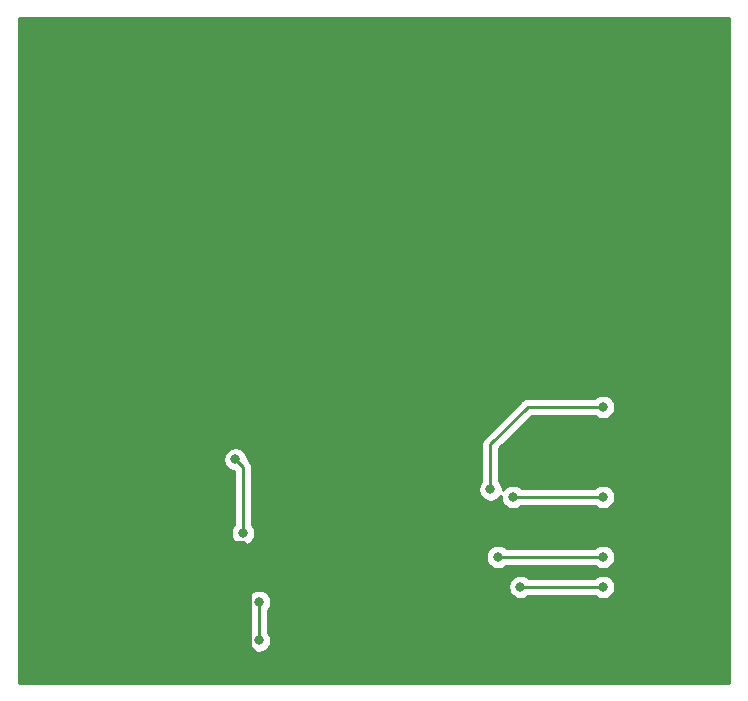
<source format=gbr>
%TF.GenerationSoftware,KiCad,Pcbnew,(5.1.9)-1*%
%TF.CreationDate,2021-01-13T23:08:58-08:00*%
%TF.ProjectId,lab-1,6c61622d-312e-46b6-9963-61645f706362,rev?*%
%TF.SameCoordinates,Original*%
%TF.FileFunction,Copper,L2,Bot*%
%TF.FilePolarity,Positive*%
%FSLAX46Y46*%
G04 Gerber Fmt 4.6, Leading zero omitted, Abs format (unit mm)*
G04 Created by KiCad (PCBNEW (5.1.9)-1) date 2021-01-13 23:08:58*
%MOMM*%
%LPD*%
G01*
G04 APERTURE LIST*
%TA.AperFunction,ViaPad*%
%ADD10C,0.800000*%
%TD*%
%TA.AperFunction,Conductor*%
%ADD11C,0.250000*%
%TD*%
%TA.AperFunction,Conductor*%
%ADD12C,0.254000*%
%TD*%
%TA.AperFunction,Conductor*%
%ADD13C,0.100000*%
%TD*%
G04 APERTURE END LIST*
D10*
%TO.N,GND*%
X104140000Y-91440000D03*
%TO.N,Net-(J1-Pad33)*%
X116205000Y-115570000D03*
X125730000Y-108585000D03*
%TO.N,Net-(J1-Pad35)*%
X118110000Y-116205000D03*
X118110000Y-116205000D03*
X125730000Y-116205000D03*
%TO.N,Net-(J1-Pad37)*%
X116840000Y-121285000D03*
X125730000Y-121285000D03*
%TO.N,Net-(J1-Pad39)*%
X118745000Y-123825000D03*
X118745000Y-123825000D03*
X125730000Y-123825000D03*
%TO.N,Net-(R14-Pad1)*%
X96610000Y-125095000D03*
X96610000Y-128360000D03*
%TO.N,Net-(R15-Pad1)*%
X95250000Y-119290000D03*
X94615000Y-113030000D03*
%TD*%
D11*
%TO.N,GND*%
X104140000Y-91440000D02*
X104140000Y-76835000D01*
X104140000Y-76835000D02*
X104775000Y-76200000D01*
X104775000Y-76200000D02*
X121920000Y-76200000D01*
X121920000Y-76200000D02*
X122555000Y-76835000D01*
X122555000Y-76835000D02*
X122555000Y-78740000D01*
X83820000Y-119380000D02*
X83820000Y-115570000D01*
X95885000Y-120650000D02*
X95250000Y-120015000D01*
X95250000Y-120015000D02*
X84455000Y-120015000D01*
X95885000Y-128905000D02*
X95885000Y-120650000D01*
X99695000Y-130175000D02*
X97155000Y-130175000D01*
X102235000Y-127635000D02*
X99695000Y-130175000D01*
X97155000Y-130175000D02*
X95885000Y-128905000D01*
X106700000Y-114300000D02*
X102235000Y-114300000D01*
X84455000Y-120015000D02*
X83820000Y-119380000D01*
X102235000Y-114300000D02*
X102235000Y-127635000D01*
X83820000Y-115570000D02*
X88820000Y-115570000D01*
X78820000Y-115570000D02*
X83820000Y-115570000D01*
%TO.N,Net-(J1-Pad33)*%
X116205000Y-115570000D02*
X116205000Y-111760000D01*
X116205000Y-111760000D02*
X119380000Y-108585000D01*
X119380000Y-108585000D02*
X125730000Y-108585000D01*
%TO.N,Net-(J1-Pad35)*%
X118110000Y-116205000D02*
X125730000Y-116205000D01*
%TO.N,Net-(J1-Pad37)*%
X116840000Y-121285000D02*
X125730000Y-121285000D01*
%TO.N,Net-(J1-Pad39)*%
X118745000Y-123825000D02*
X125730000Y-123825000D01*
%TO.N,Net-(R14-Pad1)*%
X96610000Y-125095000D02*
X96610000Y-128180000D01*
X96610000Y-128180000D02*
X96520000Y-128270000D01*
X96520000Y-128270000D02*
X96610000Y-128360000D01*
%TO.N,Net-(R15-Pad1)*%
X95250000Y-119290000D02*
X95250000Y-113665000D01*
X95250000Y-113665000D02*
X94615000Y-113030000D01*
%TD*%
D12*
%TO.N,GND*%
X136398000Y-131953000D02*
X76327000Y-131953000D01*
X76327000Y-124993061D01*
X95575000Y-124993061D01*
X95575000Y-125196939D01*
X95614774Y-125396898D01*
X95692795Y-125585256D01*
X95806063Y-125754774D01*
X95850000Y-125798711D01*
X95850001Y-127656288D01*
X95806063Y-127700226D01*
X95692795Y-127869744D01*
X95614774Y-128058102D01*
X95575000Y-128258061D01*
X95575000Y-128461939D01*
X95614774Y-128661898D01*
X95692795Y-128850256D01*
X95806063Y-129019774D01*
X95950226Y-129163937D01*
X96119744Y-129277205D01*
X96308102Y-129355226D01*
X96508061Y-129395000D01*
X96711939Y-129395000D01*
X96911898Y-129355226D01*
X97100256Y-129277205D01*
X97269774Y-129163937D01*
X97413937Y-129019774D01*
X97527205Y-128850256D01*
X97605226Y-128661898D01*
X97645000Y-128461939D01*
X97645000Y-128258061D01*
X97605226Y-128058102D01*
X97527205Y-127869744D01*
X97413937Y-127700226D01*
X97370000Y-127656289D01*
X97370000Y-125798711D01*
X97413937Y-125754774D01*
X97527205Y-125585256D01*
X97605226Y-125396898D01*
X97645000Y-125196939D01*
X97645000Y-124993061D01*
X97605226Y-124793102D01*
X97527205Y-124604744D01*
X97413937Y-124435226D01*
X97269774Y-124291063D01*
X97100256Y-124177795D01*
X96911898Y-124099774D01*
X96711939Y-124060000D01*
X96508061Y-124060000D01*
X96308102Y-124099774D01*
X96119744Y-124177795D01*
X95950226Y-124291063D01*
X95806063Y-124435226D01*
X95692795Y-124604744D01*
X95614774Y-124793102D01*
X95575000Y-124993061D01*
X76327000Y-124993061D01*
X76327000Y-123723061D01*
X117710000Y-123723061D01*
X117710000Y-123926939D01*
X117749774Y-124126898D01*
X117827795Y-124315256D01*
X117941063Y-124484774D01*
X118085226Y-124628937D01*
X118254744Y-124742205D01*
X118443102Y-124820226D01*
X118643061Y-124860000D01*
X118846939Y-124860000D01*
X119046898Y-124820226D01*
X119235256Y-124742205D01*
X119404774Y-124628937D01*
X119448711Y-124585000D01*
X125026289Y-124585000D01*
X125070226Y-124628937D01*
X125239744Y-124742205D01*
X125428102Y-124820226D01*
X125628061Y-124860000D01*
X125831939Y-124860000D01*
X126031898Y-124820226D01*
X126220256Y-124742205D01*
X126389774Y-124628937D01*
X126533937Y-124484774D01*
X126647205Y-124315256D01*
X126725226Y-124126898D01*
X126765000Y-123926939D01*
X126765000Y-123723061D01*
X126725226Y-123523102D01*
X126647205Y-123334744D01*
X126533937Y-123165226D01*
X126389774Y-123021063D01*
X126220256Y-122907795D01*
X126031898Y-122829774D01*
X125831939Y-122790000D01*
X125628061Y-122790000D01*
X125428102Y-122829774D01*
X125239744Y-122907795D01*
X125070226Y-123021063D01*
X125026289Y-123065000D01*
X119448711Y-123065000D01*
X119404774Y-123021063D01*
X119235256Y-122907795D01*
X119046898Y-122829774D01*
X118846939Y-122790000D01*
X118643061Y-122790000D01*
X118443102Y-122829774D01*
X118254744Y-122907795D01*
X118085226Y-123021063D01*
X117941063Y-123165226D01*
X117827795Y-123334744D01*
X117749774Y-123523102D01*
X117710000Y-123723061D01*
X76327000Y-123723061D01*
X76327000Y-121183061D01*
X115805000Y-121183061D01*
X115805000Y-121386939D01*
X115844774Y-121586898D01*
X115922795Y-121775256D01*
X116036063Y-121944774D01*
X116180226Y-122088937D01*
X116349744Y-122202205D01*
X116538102Y-122280226D01*
X116738061Y-122320000D01*
X116941939Y-122320000D01*
X117141898Y-122280226D01*
X117330256Y-122202205D01*
X117499774Y-122088937D01*
X117543711Y-122045000D01*
X125026289Y-122045000D01*
X125070226Y-122088937D01*
X125239744Y-122202205D01*
X125428102Y-122280226D01*
X125628061Y-122320000D01*
X125831939Y-122320000D01*
X126031898Y-122280226D01*
X126220256Y-122202205D01*
X126389774Y-122088937D01*
X126533937Y-121944774D01*
X126647205Y-121775256D01*
X126725226Y-121586898D01*
X126765000Y-121386939D01*
X126765000Y-121183061D01*
X126725226Y-120983102D01*
X126647205Y-120794744D01*
X126533937Y-120625226D01*
X126389774Y-120481063D01*
X126220256Y-120367795D01*
X126031898Y-120289774D01*
X125831939Y-120250000D01*
X125628061Y-120250000D01*
X125428102Y-120289774D01*
X125239744Y-120367795D01*
X125070226Y-120481063D01*
X125026289Y-120525000D01*
X117543711Y-120525000D01*
X117499774Y-120481063D01*
X117330256Y-120367795D01*
X117141898Y-120289774D01*
X116941939Y-120250000D01*
X116738061Y-120250000D01*
X116538102Y-120289774D01*
X116349744Y-120367795D01*
X116180226Y-120481063D01*
X116036063Y-120625226D01*
X115922795Y-120794744D01*
X115844774Y-120983102D01*
X115805000Y-121183061D01*
X76327000Y-121183061D01*
X76327000Y-112928061D01*
X93580000Y-112928061D01*
X93580000Y-113131939D01*
X93619774Y-113331898D01*
X93697795Y-113520256D01*
X93811063Y-113689774D01*
X93955226Y-113833937D01*
X94124744Y-113947205D01*
X94313102Y-114025226D01*
X94490001Y-114060413D01*
X94490000Y-118586289D01*
X94446063Y-118630226D01*
X94332795Y-118799744D01*
X94254774Y-118988102D01*
X94215000Y-119188061D01*
X94215000Y-119391939D01*
X94254774Y-119591898D01*
X94332795Y-119780256D01*
X94446063Y-119949774D01*
X94590226Y-120093937D01*
X94759744Y-120207205D01*
X94948102Y-120285226D01*
X95148061Y-120325000D01*
X95351939Y-120325000D01*
X95551898Y-120285226D01*
X95740256Y-120207205D01*
X95909774Y-120093937D01*
X96053937Y-119949774D01*
X96167205Y-119780256D01*
X96245226Y-119591898D01*
X96285000Y-119391939D01*
X96285000Y-119188061D01*
X96245226Y-118988102D01*
X96167205Y-118799744D01*
X96053937Y-118630226D01*
X96010000Y-118586289D01*
X96010000Y-115468061D01*
X115170000Y-115468061D01*
X115170000Y-115671939D01*
X115209774Y-115871898D01*
X115287795Y-116060256D01*
X115401063Y-116229774D01*
X115545226Y-116373937D01*
X115714744Y-116487205D01*
X115903102Y-116565226D01*
X116103061Y-116605000D01*
X116306939Y-116605000D01*
X116506898Y-116565226D01*
X116695256Y-116487205D01*
X116864774Y-116373937D01*
X117008937Y-116229774D01*
X117075000Y-116130903D01*
X117075000Y-116306939D01*
X117114774Y-116506898D01*
X117192795Y-116695256D01*
X117306063Y-116864774D01*
X117450226Y-117008937D01*
X117619744Y-117122205D01*
X117808102Y-117200226D01*
X118008061Y-117240000D01*
X118211939Y-117240000D01*
X118411898Y-117200226D01*
X118600256Y-117122205D01*
X118769774Y-117008937D01*
X118813711Y-116965000D01*
X125026289Y-116965000D01*
X125070226Y-117008937D01*
X125239744Y-117122205D01*
X125428102Y-117200226D01*
X125628061Y-117240000D01*
X125831939Y-117240000D01*
X126031898Y-117200226D01*
X126220256Y-117122205D01*
X126389774Y-117008937D01*
X126533937Y-116864774D01*
X126647205Y-116695256D01*
X126725226Y-116506898D01*
X126765000Y-116306939D01*
X126765000Y-116103061D01*
X126725226Y-115903102D01*
X126647205Y-115714744D01*
X126533937Y-115545226D01*
X126389774Y-115401063D01*
X126220256Y-115287795D01*
X126031898Y-115209774D01*
X125831939Y-115170000D01*
X125628061Y-115170000D01*
X125428102Y-115209774D01*
X125239744Y-115287795D01*
X125070226Y-115401063D01*
X125026289Y-115445000D01*
X118813711Y-115445000D01*
X118769774Y-115401063D01*
X118600256Y-115287795D01*
X118411898Y-115209774D01*
X118211939Y-115170000D01*
X118008061Y-115170000D01*
X117808102Y-115209774D01*
X117619744Y-115287795D01*
X117450226Y-115401063D01*
X117306063Y-115545226D01*
X117240000Y-115644097D01*
X117240000Y-115468061D01*
X117200226Y-115268102D01*
X117122205Y-115079744D01*
X117008937Y-114910226D01*
X116965000Y-114866289D01*
X116965000Y-112074801D01*
X119694802Y-109345000D01*
X125026289Y-109345000D01*
X125070226Y-109388937D01*
X125239744Y-109502205D01*
X125428102Y-109580226D01*
X125628061Y-109620000D01*
X125831939Y-109620000D01*
X126031898Y-109580226D01*
X126220256Y-109502205D01*
X126389774Y-109388937D01*
X126533937Y-109244774D01*
X126647205Y-109075256D01*
X126725226Y-108886898D01*
X126765000Y-108686939D01*
X126765000Y-108483061D01*
X126725226Y-108283102D01*
X126647205Y-108094744D01*
X126533937Y-107925226D01*
X126389774Y-107781063D01*
X126220256Y-107667795D01*
X126031898Y-107589774D01*
X125831939Y-107550000D01*
X125628061Y-107550000D01*
X125428102Y-107589774D01*
X125239744Y-107667795D01*
X125070226Y-107781063D01*
X125026289Y-107825000D01*
X119417322Y-107825000D01*
X119379999Y-107821324D01*
X119342676Y-107825000D01*
X119342667Y-107825000D01*
X119231014Y-107835997D01*
X119087753Y-107879454D01*
X118955723Y-107950026D01*
X118872083Y-108018668D01*
X118839999Y-108044999D01*
X118816201Y-108073997D01*
X115693998Y-111196201D01*
X115665000Y-111219999D01*
X115641202Y-111248997D01*
X115641201Y-111248998D01*
X115570026Y-111335724D01*
X115499454Y-111467754D01*
X115455998Y-111611015D01*
X115441324Y-111760000D01*
X115445001Y-111797332D01*
X115445000Y-114866289D01*
X115401063Y-114910226D01*
X115287795Y-115079744D01*
X115209774Y-115268102D01*
X115170000Y-115468061D01*
X96010000Y-115468061D01*
X96010000Y-113702333D01*
X96013677Y-113665000D01*
X95999003Y-113516014D01*
X95955546Y-113372753D01*
X95884974Y-113240724D01*
X95813799Y-113153997D01*
X95790001Y-113124999D01*
X95761002Y-113101200D01*
X95650000Y-112990198D01*
X95650000Y-112928061D01*
X95610226Y-112728102D01*
X95532205Y-112539744D01*
X95418937Y-112370226D01*
X95274774Y-112226063D01*
X95105256Y-112112795D01*
X94916898Y-112034774D01*
X94716939Y-111995000D01*
X94513061Y-111995000D01*
X94313102Y-112034774D01*
X94124744Y-112112795D01*
X93955226Y-112226063D01*
X93811063Y-112370226D01*
X93697795Y-112539744D01*
X93619774Y-112728102D01*
X93580000Y-112928061D01*
X76327000Y-112928061D01*
X76327000Y-75692000D01*
X136398000Y-75692000D01*
X136398000Y-131953000D01*
%TA.AperFunction,Conductor*%
D13*
G36*
X136398000Y-131953000D02*
G01*
X76327000Y-131953000D01*
X76327000Y-124993061D01*
X95575000Y-124993061D01*
X95575000Y-125196939D01*
X95614774Y-125396898D01*
X95692795Y-125585256D01*
X95806063Y-125754774D01*
X95850000Y-125798711D01*
X95850001Y-127656288D01*
X95806063Y-127700226D01*
X95692795Y-127869744D01*
X95614774Y-128058102D01*
X95575000Y-128258061D01*
X95575000Y-128461939D01*
X95614774Y-128661898D01*
X95692795Y-128850256D01*
X95806063Y-129019774D01*
X95950226Y-129163937D01*
X96119744Y-129277205D01*
X96308102Y-129355226D01*
X96508061Y-129395000D01*
X96711939Y-129395000D01*
X96911898Y-129355226D01*
X97100256Y-129277205D01*
X97269774Y-129163937D01*
X97413937Y-129019774D01*
X97527205Y-128850256D01*
X97605226Y-128661898D01*
X97645000Y-128461939D01*
X97645000Y-128258061D01*
X97605226Y-128058102D01*
X97527205Y-127869744D01*
X97413937Y-127700226D01*
X97370000Y-127656289D01*
X97370000Y-125798711D01*
X97413937Y-125754774D01*
X97527205Y-125585256D01*
X97605226Y-125396898D01*
X97645000Y-125196939D01*
X97645000Y-124993061D01*
X97605226Y-124793102D01*
X97527205Y-124604744D01*
X97413937Y-124435226D01*
X97269774Y-124291063D01*
X97100256Y-124177795D01*
X96911898Y-124099774D01*
X96711939Y-124060000D01*
X96508061Y-124060000D01*
X96308102Y-124099774D01*
X96119744Y-124177795D01*
X95950226Y-124291063D01*
X95806063Y-124435226D01*
X95692795Y-124604744D01*
X95614774Y-124793102D01*
X95575000Y-124993061D01*
X76327000Y-124993061D01*
X76327000Y-123723061D01*
X117710000Y-123723061D01*
X117710000Y-123926939D01*
X117749774Y-124126898D01*
X117827795Y-124315256D01*
X117941063Y-124484774D01*
X118085226Y-124628937D01*
X118254744Y-124742205D01*
X118443102Y-124820226D01*
X118643061Y-124860000D01*
X118846939Y-124860000D01*
X119046898Y-124820226D01*
X119235256Y-124742205D01*
X119404774Y-124628937D01*
X119448711Y-124585000D01*
X125026289Y-124585000D01*
X125070226Y-124628937D01*
X125239744Y-124742205D01*
X125428102Y-124820226D01*
X125628061Y-124860000D01*
X125831939Y-124860000D01*
X126031898Y-124820226D01*
X126220256Y-124742205D01*
X126389774Y-124628937D01*
X126533937Y-124484774D01*
X126647205Y-124315256D01*
X126725226Y-124126898D01*
X126765000Y-123926939D01*
X126765000Y-123723061D01*
X126725226Y-123523102D01*
X126647205Y-123334744D01*
X126533937Y-123165226D01*
X126389774Y-123021063D01*
X126220256Y-122907795D01*
X126031898Y-122829774D01*
X125831939Y-122790000D01*
X125628061Y-122790000D01*
X125428102Y-122829774D01*
X125239744Y-122907795D01*
X125070226Y-123021063D01*
X125026289Y-123065000D01*
X119448711Y-123065000D01*
X119404774Y-123021063D01*
X119235256Y-122907795D01*
X119046898Y-122829774D01*
X118846939Y-122790000D01*
X118643061Y-122790000D01*
X118443102Y-122829774D01*
X118254744Y-122907795D01*
X118085226Y-123021063D01*
X117941063Y-123165226D01*
X117827795Y-123334744D01*
X117749774Y-123523102D01*
X117710000Y-123723061D01*
X76327000Y-123723061D01*
X76327000Y-121183061D01*
X115805000Y-121183061D01*
X115805000Y-121386939D01*
X115844774Y-121586898D01*
X115922795Y-121775256D01*
X116036063Y-121944774D01*
X116180226Y-122088937D01*
X116349744Y-122202205D01*
X116538102Y-122280226D01*
X116738061Y-122320000D01*
X116941939Y-122320000D01*
X117141898Y-122280226D01*
X117330256Y-122202205D01*
X117499774Y-122088937D01*
X117543711Y-122045000D01*
X125026289Y-122045000D01*
X125070226Y-122088937D01*
X125239744Y-122202205D01*
X125428102Y-122280226D01*
X125628061Y-122320000D01*
X125831939Y-122320000D01*
X126031898Y-122280226D01*
X126220256Y-122202205D01*
X126389774Y-122088937D01*
X126533937Y-121944774D01*
X126647205Y-121775256D01*
X126725226Y-121586898D01*
X126765000Y-121386939D01*
X126765000Y-121183061D01*
X126725226Y-120983102D01*
X126647205Y-120794744D01*
X126533937Y-120625226D01*
X126389774Y-120481063D01*
X126220256Y-120367795D01*
X126031898Y-120289774D01*
X125831939Y-120250000D01*
X125628061Y-120250000D01*
X125428102Y-120289774D01*
X125239744Y-120367795D01*
X125070226Y-120481063D01*
X125026289Y-120525000D01*
X117543711Y-120525000D01*
X117499774Y-120481063D01*
X117330256Y-120367795D01*
X117141898Y-120289774D01*
X116941939Y-120250000D01*
X116738061Y-120250000D01*
X116538102Y-120289774D01*
X116349744Y-120367795D01*
X116180226Y-120481063D01*
X116036063Y-120625226D01*
X115922795Y-120794744D01*
X115844774Y-120983102D01*
X115805000Y-121183061D01*
X76327000Y-121183061D01*
X76327000Y-112928061D01*
X93580000Y-112928061D01*
X93580000Y-113131939D01*
X93619774Y-113331898D01*
X93697795Y-113520256D01*
X93811063Y-113689774D01*
X93955226Y-113833937D01*
X94124744Y-113947205D01*
X94313102Y-114025226D01*
X94490001Y-114060413D01*
X94490000Y-118586289D01*
X94446063Y-118630226D01*
X94332795Y-118799744D01*
X94254774Y-118988102D01*
X94215000Y-119188061D01*
X94215000Y-119391939D01*
X94254774Y-119591898D01*
X94332795Y-119780256D01*
X94446063Y-119949774D01*
X94590226Y-120093937D01*
X94759744Y-120207205D01*
X94948102Y-120285226D01*
X95148061Y-120325000D01*
X95351939Y-120325000D01*
X95551898Y-120285226D01*
X95740256Y-120207205D01*
X95909774Y-120093937D01*
X96053937Y-119949774D01*
X96167205Y-119780256D01*
X96245226Y-119591898D01*
X96285000Y-119391939D01*
X96285000Y-119188061D01*
X96245226Y-118988102D01*
X96167205Y-118799744D01*
X96053937Y-118630226D01*
X96010000Y-118586289D01*
X96010000Y-115468061D01*
X115170000Y-115468061D01*
X115170000Y-115671939D01*
X115209774Y-115871898D01*
X115287795Y-116060256D01*
X115401063Y-116229774D01*
X115545226Y-116373937D01*
X115714744Y-116487205D01*
X115903102Y-116565226D01*
X116103061Y-116605000D01*
X116306939Y-116605000D01*
X116506898Y-116565226D01*
X116695256Y-116487205D01*
X116864774Y-116373937D01*
X117008937Y-116229774D01*
X117075000Y-116130903D01*
X117075000Y-116306939D01*
X117114774Y-116506898D01*
X117192795Y-116695256D01*
X117306063Y-116864774D01*
X117450226Y-117008937D01*
X117619744Y-117122205D01*
X117808102Y-117200226D01*
X118008061Y-117240000D01*
X118211939Y-117240000D01*
X118411898Y-117200226D01*
X118600256Y-117122205D01*
X118769774Y-117008937D01*
X118813711Y-116965000D01*
X125026289Y-116965000D01*
X125070226Y-117008937D01*
X125239744Y-117122205D01*
X125428102Y-117200226D01*
X125628061Y-117240000D01*
X125831939Y-117240000D01*
X126031898Y-117200226D01*
X126220256Y-117122205D01*
X126389774Y-117008937D01*
X126533937Y-116864774D01*
X126647205Y-116695256D01*
X126725226Y-116506898D01*
X126765000Y-116306939D01*
X126765000Y-116103061D01*
X126725226Y-115903102D01*
X126647205Y-115714744D01*
X126533937Y-115545226D01*
X126389774Y-115401063D01*
X126220256Y-115287795D01*
X126031898Y-115209774D01*
X125831939Y-115170000D01*
X125628061Y-115170000D01*
X125428102Y-115209774D01*
X125239744Y-115287795D01*
X125070226Y-115401063D01*
X125026289Y-115445000D01*
X118813711Y-115445000D01*
X118769774Y-115401063D01*
X118600256Y-115287795D01*
X118411898Y-115209774D01*
X118211939Y-115170000D01*
X118008061Y-115170000D01*
X117808102Y-115209774D01*
X117619744Y-115287795D01*
X117450226Y-115401063D01*
X117306063Y-115545226D01*
X117240000Y-115644097D01*
X117240000Y-115468061D01*
X117200226Y-115268102D01*
X117122205Y-115079744D01*
X117008937Y-114910226D01*
X116965000Y-114866289D01*
X116965000Y-112074801D01*
X119694802Y-109345000D01*
X125026289Y-109345000D01*
X125070226Y-109388937D01*
X125239744Y-109502205D01*
X125428102Y-109580226D01*
X125628061Y-109620000D01*
X125831939Y-109620000D01*
X126031898Y-109580226D01*
X126220256Y-109502205D01*
X126389774Y-109388937D01*
X126533937Y-109244774D01*
X126647205Y-109075256D01*
X126725226Y-108886898D01*
X126765000Y-108686939D01*
X126765000Y-108483061D01*
X126725226Y-108283102D01*
X126647205Y-108094744D01*
X126533937Y-107925226D01*
X126389774Y-107781063D01*
X126220256Y-107667795D01*
X126031898Y-107589774D01*
X125831939Y-107550000D01*
X125628061Y-107550000D01*
X125428102Y-107589774D01*
X125239744Y-107667795D01*
X125070226Y-107781063D01*
X125026289Y-107825000D01*
X119417322Y-107825000D01*
X119379999Y-107821324D01*
X119342676Y-107825000D01*
X119342667Y-107825000D01*
X119231014Y-107835997D01*
X119087753Y-107879454D01*
X118955723Y-107950026D01*
X118872083Y-108018668D01*
X118839999Y-108044999D01*
X118816201Y-108073997D01*
X115693998Y-111196201D01*
X115665000Y-111219999D01*
X115641202Y-111248997D01*
X115641201Y-111248998D01*
X115570026Y-111335724D01*
X115499454Y-111467754D01*
X115455998Y-111611015D01*
X115441324Y-111760000D01*
X115445001Y-111797332D01*
X115445000Y-114866289D01*
X115401063Y-114910226D01*
X115287795Y-115079744D01*
X115209774Y-115268102D01*
X115170000Y-115468061D01*
X96010000Y-115468061D01*
X96010000Y-113702333D01*
X96013677Y-113665000D01*
X95999003Y-113516014D01*
X95955546Y-113372753D01*
X95884974Y-113240724D01*
X95813799Y-113153997D01*
X95790001Y-113124999D01*
X95761002Y-113101200D01*
X95650000Y-112990198D01*
X95650000Y-112928061D01*
X95610226Y-112728102D01*
X95532205Y-112539744D01*
X95418937Y-112370226D01*
X95274774Y-112226063D01*
X95105256Y-112112795D01*
X94916898Y-112034774D01*
X94716939Y-111995000D01*
X94513061Y-111995000D01*
X94313102Y-112034774D01*
X94124744Y-112112795D01*
X93955226Y-112226063D01*
X93811063Y-112370226D01*
X93697795Y-112539744D01*
X93619774Y-112728102D01*
X93580000Y-112928061D01*
X76327000Y-112928061D01*
X76327000Y-75692000D01*
X136398000Y-75692000D01*
X136398000Y-131953000D01*
G37*
%TD.AperFunction*%
%TD*%
M02*

</source>
